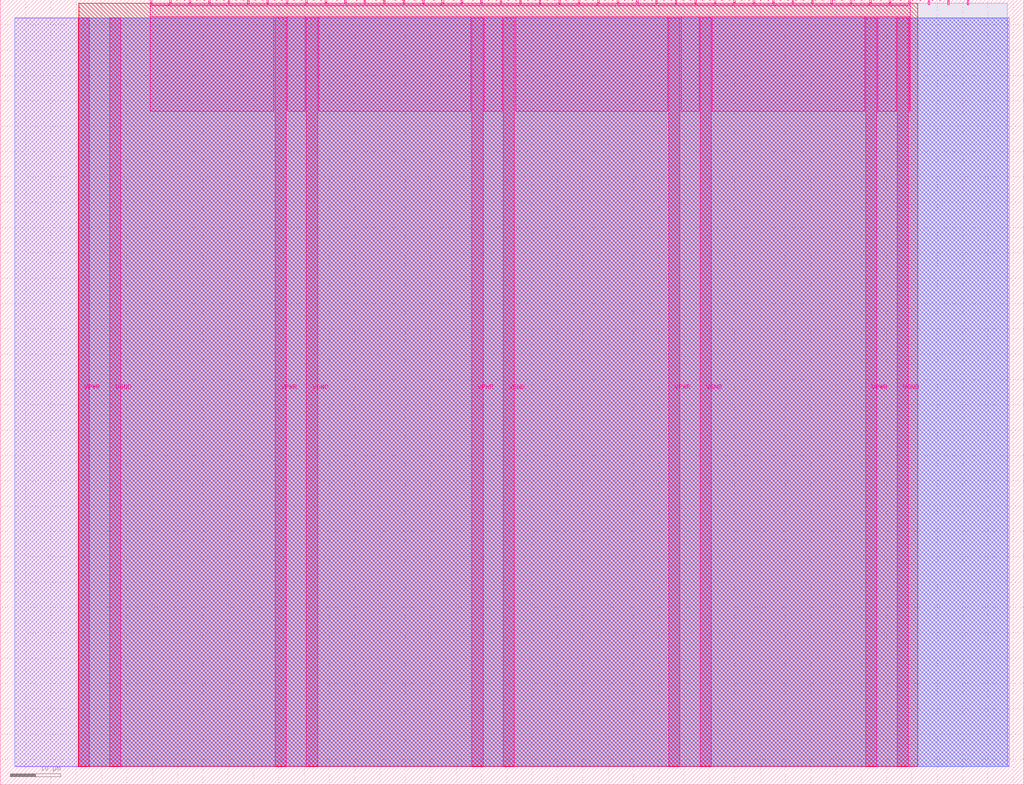
<source format=lef>
VERSION 5.7 ;
  NOWIREEXTENSIONATPIN ON ;
  DIVIDERCHAR "/" ;
  BUSBITCHARS "[]" ;
MACRO tt_um_tt08_hdl_group
  CLASS BLOCK ;
  FOREIGN tt_um_tt08_hdl_group ;
  ORIGIN 0.000 0.000 ;
  SIZE 202.080 BY 154.980 ;
  PIN VGND
    DIRECTION INOUT ;
    USE GROUND ;
    PORT
      LAYER Metal5 ;
        RECT 21.580 3.560 23.780 151.420 ;
    END
    PORT
      LAYER Metal5 ;
        RECT 60.450 3.560 62.650 151.420 ;
    END
    PORT
      LAYER Metal5 ;
        RECT 99.320 3.560 101.520 151.420 ;
    END
    PORT
      LAYER Metal5 ;
        RECT 138.190 3.560 140.390 151.420 ;
    END
    PORT
      LAYER Metal5 ;
        RECT 177.060 3.560 179.260 151.420 ;
    END
  END VGND
  PIN VPWR
    DIRECTION INOUT ;
    USE POWER ;
    PORT
      LAYER Metal5 ;
        RECT 15.380 3.560 17.580 151.420 ;
    END
    PORT
      LAYER Metal5 ;
        RECT 54.250 3.560 56.450 151.420 ;
    END
    PORT
      LAYER Metal5 ;
        RECT 93.120 3.560 95.320 151.420 ;
    END
    PORT
      LAYER Metal5 ;
        RECT 131.990 3.560 134.190 151.420 ;
    END
    PORT
      LAYER Metal5 ;
        RECT 170.860 3.560 173.060 151.420 ;
    END
  END VPWR
  PIN clk
    DIRECTION INPUT ;
    USE SIGNAL ;
    PORT
      LAYER Metal5 ;
        RECT 187.050 153.980 187.350 154.980 ;
    END
  END clk
  PIN ena
    DIRECTION INPUT ;
    USE SIGNAL ;
    PORT
      LAYER Metal5 ;
        RECT 190.890 153.980 191.190 154.980 ;
    END
  END ena
  PIN rst_n
    DIRECTION INPUT ;
    USE SIGNAL ;
    PORT
      LAYER Metal5 ;
        RECT 183.210 153.980 183.510 154.980 ;
    END
  END rst_n
  PIN ui_in[0]
    DIRECTION INPUT ;
    USE SIGNAL ;
    ANTENNAGATEAREA 0.213200 ;
    PORT
      LAYER Metal5 ;
        RECT 179.370 153.980 179.670 154.980 ;
    END
  END ui_in[0]
  PIN ui_in[1]
    DIRECTION INPUT ;
    USE SIGNAL ;
    ANTENNAGATEAREA 0.180700 ;
    PORT
      LAYER Metal5 ;
        RECT 175.530 153.980 175.830 154.980 ;
    END
  END ui_in[1]
  PIN ui_in[2]
    DIRECTION INPUT ;
    USE SIGNAL ;
    ANTENNAGATEAREA 0.180700 ;
    PORT
      LAYER Metal5 ;
        RECT 171.690 153.980 171.990 154.980 ;
    END
  END ui_in[2]
  PIN ui_in[3]
    DIRECTION INPUT ;
    USE SIGNAL ;
    ANTENNAGATEAREA 0.213200 ;
    PORT
      LAYER Metal5 ;
        RECT 167.850 153.980 168.150 154.980 ;
    END
  END ui_in[3]
  PIN ui_in[4]
    DIRECTION INPUT ;
    USE SIGNAL ;
    ANTENNAGATEAREA 0.180700 ;
    PORT
      LAYER Metal5 ;
        RECT 164.010 153.980 164.310 154.980 ;
    END
  END ui_in[4]
  PIN ui_in[5]
    DIRECTION INPUT ;
    USE SIGNAL ;
    ANTENNAGATEAREA 0.180700 ;
    PORT
      LAYER Metal5 ;
        RECT 160.170 153.980 160.470 154.980 ;
    END
  END ui_in[5]
  PIN ui_in[6]
    DIRECTION INPUT ;
    USE SIGNAL ;
    ANTENNAGATEAREA 0.180700 ;
    PORT
      LAYER Metal5 ;
        RECT 156.330 153.980 156.630 154.980 ;
    END
  END ui_in[6]
  PIN ui_in[7]
    DIRECTION INPUT ;
    USE SIGNAL ;
    ANTENNAGATEAREA 0.180700 ;
    PORT
      LAYER Metal5 ;
        RECT 152.490 153.980 152.790 154.980 ;
    END
  END ui_in[7]
  PIN uio_in[0]
    DIRECTION INPUT ;
    USE SIGNAL ;
    ANTENNAGATEAREA 0.180700 ;
    PORT
      LAYER Metal5 ;
        RECT 148.650 153.980 148.950 154.980 ;
    END
  END uio_in[0]
  PIN uio_in[1]
    DIRECTION INPUT ;
    USE SIGNAL ;
    ANTENNAGATEAREA 0.213200 ;
    PORT
      LAYER Metal5 ;
        RECT 144.810 153.980 145.110 154.980 ;
    END
  END uio_in[1]
  PIN uio_in[2]
    DIRECTION INPUT ;
    USE SIGNAL ;
    ANTENNAGATEAREA 0.213200 ;
    PORT
      LAYER Metal5 ;
        RECT 140.970 153.980 141.270 154.980 ;
    END
  END uio_in[2]
  PIN uio_in[3]
    DIRECTION INPUT ;
    USE SIGNAL ;
    ANTENNAGATEAREA 0.180700 ;
    PORT
      LAYER Metal5 ;
        RECT 137.130 153.980 137.430 154.980 ;
    END
  END uio_in[3]
  PIN uio_in[4]
    DIRECTION INPUT ;
    USE SIGNAL ;
    PORT
      LAYER Metal5 ;
        RECT 133.290 153.980 133.590 154.980 ;
    END
  END uio_in[4]
  PIN uio_in[5]
    DIRECTION INPUT ;
    USE SIGNAL ;
    PORT
      LAYER Metal5 ;
        RECT 129.450 153.980 129.750 154.980 ;
    END
  END uio_in[5]
  PIN uio_in[6]
    DIRECTION INPUT ;
    USE SIGNAL ;
    PORT
      LAYER Metal5 ;
        RECT 125.610 153.980 125.910 154.980 ;
    END
  END uio_in[6]
  PIN uio_in[7]
    DIRECTION INPUT ;
    USE SIGNAL ;
    PORT
      LAYER Metal5 ;
        RECT 121.770 153.980 122.070 154.980 ;
    END
  END uio_in[7]
  PIN uio_oe[0]
    DIRECTION OUTPUT ;
    USE SIGNAL ;
    ANTENNADIFFAREA 0.299200 ;
    PORT
      LAYER Metal5 ;
        RECT 56.490 153.980 56.790 154.980 ;
    END
  END uio_oe[0]
  PIN uio_oe[1]
    DIRECTION OUTPUT ;
    USE SIGNAL ;
    ANTENNADIFFAREA 0.299200 ;
    PORT
      LAYER Metal5 ;
        RECT 52.650 153.980 52.950 154.980 ;
    END
  END uio_oe[1]
  PIN uio_oe[2]
    DIRECTION OUTPUT ;
    USE SIGNAL ;
    ANTENNADIFFAREA 0.299200 ;
    PORT
      LAYER Metal5 ;
        RECT 48.810 153.980 49.110 154.980 ;
    END
  END uio_oe[2]
  PIN uio_oe[3]
    DIRECTION OUTPUT ;
    USE SIGNAL ;
    ANTENNADIFFAREA 0.299200 ;
    PORT
      LAYER Metal5 ;
        RECT 44.970 153.980 45.270 154.980 ;
    END
  END uio_oe[3]
  PIN uio_oe[4]
    DIRECTION OUTPUT ;
    USE SIGNAL ;
    ANTENNADIFFAREA 0.299200 ;
    PORT
      LAYER Metal5 ;
        RECT 41.130 153.980 41.430 154.980 ;
    END
  END uio_oe[4]
  PIN uio_oe[5]
    DIRECTION OUTPUT ;
    USE SIGNAL ;
    ANTENNADIFFAREA 0.299200 ;
    PORT
      LAYER Metal5 ;
        RECT 37.290 153.980 37.590 154.980 ;
    END
  END uio_oe[5]
  PIN uio_oe[6]
    DIRECTION OUTPUT ;
    USE SIGNAL ;
    ANTENNADIFFAREA 0.299200 ;
    PORT
      LAYER Metal5 ;
        RECT 33.450 153.980 33.750 154.980 ;
    END
  END uio_oe[6]
  PIN uio_oe[7]
    DIRECTION OUTPUT ;
    USE SIGNAL ;
    ANTENNADIFFAREA 0.299200 ;
    PORT
      LAYER Metal5 ;
        RECT 29.610 153.980 29.910 154.980 ;
    END
  END uio_oe[7]
  PIN uio_out[0]
    DIRECTION OUTPUT ;
    USE SIGNAL ;
    ANTENNADIFFAREA 0.299200 ;
    PORT
      LAYER Metal5 ;
        RECT 87.210 153.980 87.510 154.980 ;
    END
  END uio_out[0]
  PIN uio_out[1]
    DIRECTION OUTPUT ;
    USE SIGNAL ;
    ANTENNADIFFAREA 0.299200 ;
    PORT
      LAYER Metal5 ;
        RECT 83.370 153.980 83.670 154.980 ;
    END
  END uio_out[1]
  PIN uio_out[2]
    DIRECTION OUTPUT ;
    USE SIGNAL ;
    ANTENNADIFFAREA 0.299200 ;
    PORT
      LAYER Metal5 ;
        RECT 79.530 153.980 79.830 154.980 ;
    END
  END uio_out[2]
  PIN uio_out[3]
    DIRECTION OUTPUT ;
    USE SIGNAL ;
    ANTENNADIFFAREA 0.299200 ;
    PORT
      LAYER Metal5 ;
        RECT 75.690 153.980 75.990 154.980 ;
    END
  END uio_out[3]
  PIN uio_out[4]
    DIRECTION OUTPUT ;
    USE SIGNAL ;
    ANTENNADIFFAREA 0.299200 ;
    PORT
      LAYER Metal5 ;
        RECT 71.850 153.980 72.150 154.980 ;
    END
  END uio_out[4]
  PIN uio_out[5]
    DIRECTION OUTPUT ;
    USE SIGNAL ;
    ANTENNADIFFAREA 0.299200 ;
    PORT
      LAYER Metal5 ;
        RECT 68.010 153.980 68.310 154.980 ;
    END
  END uio_out[5]
  PIN uio_out[6]
    DIRECTION OUTPUT ;
    USE SIGNAL ;
    ANTENNADIFFAREA 0.299200 ;
    PORT
      LAYER Metal5 ;
        RECT 64.170 153.980 64.470 154.980 ;
    END
  END uio_out[6]
  PIN uio_out[7]
    DIRECTION OUTPUT ;
    USE SIGNAL ;
    ANTENNADIFFAREA 0.299200 ;
    PORT
      LAYER Metal5 ;
        RECT 60.330 153.980 60.630 154.980 ;
    END
  END uio_out[7]
  PIN uo_out[0]
    DIRECTION OUTPUT ;
    USE SIGNAL ;
    ANTENNADIFFAREA 0.677200 ;
    PORT
      LAYER Metal5 ;
        RECT 117.930 153.980 118.230 154.980 ;
    END
  END uo_out[0]
  PIN uo_out[1]
    DIRECTION OUTPUT ;
    USE SIGNAL ;
    ANTENNADIFFAREA 1.135700 ;
    PORT
      LAYER Metal5 ;
        RECT 114.090 153.980 114.390 154.980 ;
    END
  END uo_out[1]
  PIN uo_out[2]
    DIRECTION OUTPUT ;
    USE SIGNAL ;
    ANTENNADIFFAREA 0.677200 ;
    PORT
      LAYER Metal5 ;
        RECT 110.250 153.980 110.550 154.980 ;
    END
  END uo_out[2]
  PIN uo_out[3]
    DIRECTION OUTPUT ;
    USE SIGNAL ;
    ANTENNADIFFAREA 0.615900 ;
    PORT
      LAYER Metal5 ;
        RECT 106.410 153.980 106.710 154.980 ;
    END
  END uo_out[3]
  PIN uo_out[4]
    DIRECTION OUTPUT ;
    USE SIGNAL ;
    ANTENNADIFFAREA 0.677200 ;
    PORT
      LAYER Metal5 ;
        RECT 102.570 153.980 102.870 154.980 ;
    END
  END uo_out[4]
  PIN uo_out[5]
    DIRECTION OUTPUT ;
    USE SIGNAL ;
    ANTENNADIFFAREA 0.615900 ;
    PORT
      LAYER Metal5 ;
        RECT 98.730 153.980 99.030 154.980 ;
    END
  END uo_out[5]
  PIN uo_out[6]
    DIRECTION OUTPUT ;
    USE SIGNAL ;
    ANTENNADIFFAREA 1.124800 ;
    PORT
      LAYER Metal5 ;
        RECT 94.890 153.980 95.190 154.980 ;
    END
  END uo_out[6]
  PIN uo_out[7]
    DIRECTION OUTPUT ;
    USE SIGNAL ;
    ANTENNADIFFAREA 0.677200 ;
    PORT
      LAYER Metal5 ;
        RECT 91.050 153.980 91.350 154.980 ;
    END
  END uo_out[7]
  OBS
      LAYER GatPoly ;
        RECT 2.880 3.630 199.200 151.350 ;
      LAYER Metal1 ;
        RECT 2.880 3.560 199.200 151.420 ;
      LAYER Metal2 ;
        RECT 15.515 3.680 198.865 151.300 ;
      LAYER Metal3 ;
        RECT 15.560 3.635 198.820 154.285 ;
      LAYER Metal4 ;
        RECT 15.515 3.680 181.105 154.240 ;
      LAYER Metal5 ;
        RECT 30.120 153.770 33.240 153.980 ;
        RECT 33.960 153.770 37.080 153.980 ;
        RECT 37.800 153.770 40.920 153.980 ;
        RECT 41.640 153.770 44.760 153.980 ;
        RECT 45.480 153.770 48.600 153.980 ;
        RECT 49.320 153.770 52.440 153.980 ;
        RECT 53.160 153.770 56.280 153.980 ;
        RECT 57.000 153.770 60.120 153.980 ;
        RECT 60.840 153.770 63.960 153.980 ;
        RECT 64.680 153.770 67.800 153.980 ;
        RECT 68.520 153.770 71.640 153.980 ;
        RECT 72.360 153.770 75.480 153.980 ;
        RECT 76.200 153.770 79.320 153.980 ;
        RECT 80.040 153.770 83.160 153.980 ;
        RECT 83.880 153.770 87.000 153.980 ;
        RECT 87.720 153.770 90.840 153.980 ;
        RECT 91.560 153.770 94.680 153.980 ;
        RECT 95.400 153.770 98.520 153.980 ;
        RECT 99.240 153.770 102.360 153.980 ;
        RECT 103.080 153.770 106.200 153.980 ;
        RECT 106.920 153.770 110.040 153.980 ;
        RECT 110.760 153.770 113.880 153.980 ;
        RECT 114.600 153.770 117.720 153.980 ;
        RECT 118.440 153.770 121.560 153.980 ;
        RECT 122.280 153.770 125.400 153.980 ;
        RECT 126.120 153.770 129.240 153.980 ;
        RECT 129.960 153.770 133.080 153.980 ;
        RECT 133.800 153.770 136.920 153.980 ;
        RECT 137.640 153.770 140.760 153.980 ;
        RECT 141.480 153.770 144.600 153.980 ;
        RECT 145.320 153.770 148.440 153.980 ;
        RECT 149.160 153.770 152.280 153.980 ;
        RECT 153.000 153.770 156.120 153.980 ;
        RECT 156.840 153.770 159.960 153.980 ;
        RECT 160.680 153.770 163.800 153.980 ;
        RECT 164.520 153.770 167.640 153.980 ;
        RECT 168.360 153.770 171.480 153.980 ;
        RECT 172.200 153.770 175.320 153.980 ;
        RECT 176.040 153.770 179.160 153.980 ;
        RECT 29.660 151.630 179.620 153.770 ;
        RECT 29.660 132.995 54.040 151.630 ;
        RECT 56.660 132.995 60.240 151.630 ;
        RECT 62.860 132.995 92.910 151.630 ;
        RECT 95.530 132.995 99.110 151.630 ;
        RECT 101.730 132.995 131.780 151.630 ;
        RECT 134.400 132.995 137.980 151.630 ;
        RECT 140.600 132.995 170.650 151.630 ;
        RECT 173.270 132.995 176.850 151.630 ;
        RECT 179.470 132.995 179.620 151.630 ;
  END
END tt_um_tt08_hdl_group
END LIBRARY


</source>
